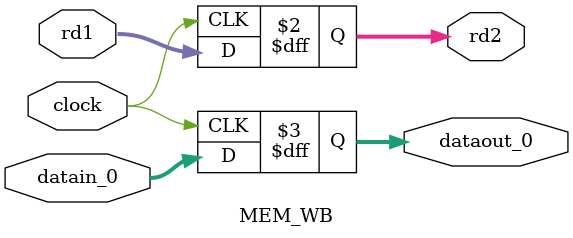
<source format=v>
module MEM_WB(
	input wire [4:0] rd1,
	input wire [31:0] datain_0,
	input wire clock,
	
	output reg [4:0] rd2,
	output reg [31:0] dataout_0);	
	
	always @(posedge clock) begin
		dataout_0 = datain_0;
		rd2 = rd1;
	end
endmodule
</source>
